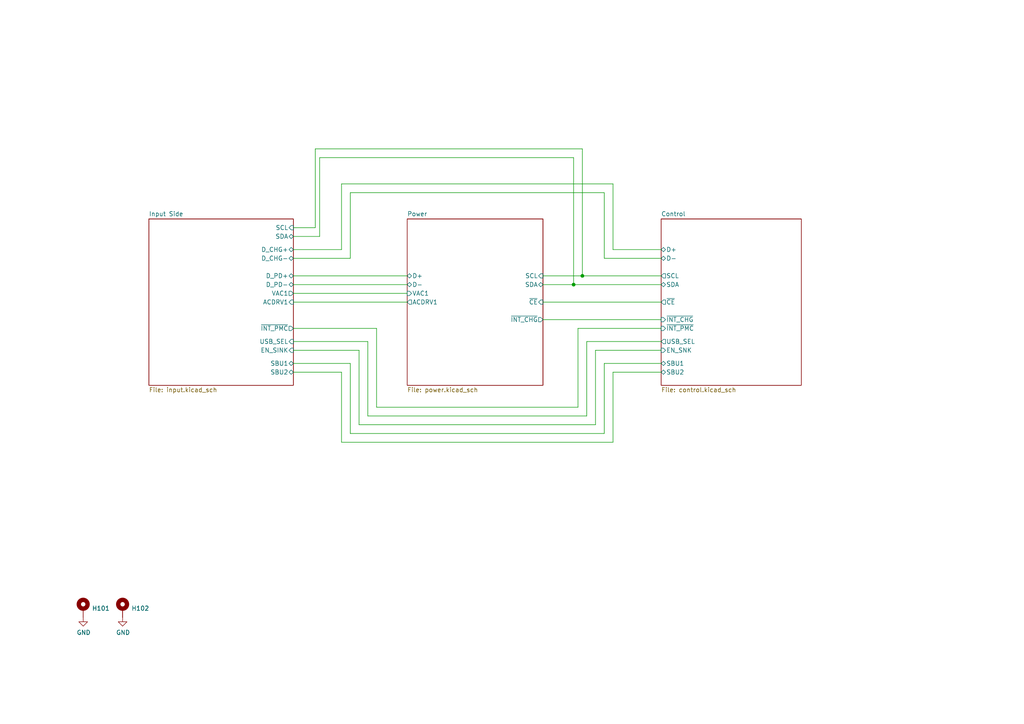
<source format=kicad_sch>
(kicad_sch (version 20230121) (generator eeschema)
  (paper "A4")
  (lib_symbols
    (symbol "Mechanical:MountingHole_Pad" (pin_numbers hide) (pin_names (offset 1.016) hide)
      (property "Reference" "H" (at 0 6.35 0))
      (property "Value" "MountingHole_Pad" (at 0 4.445 0))
      (symbol "MountingHole_Pad_0_1"
        (circle (center 0 1.27) (radius 1.27) (stroke (width 1.27)))
      )
      (symbol "MountingHole_Pad_1_1"
        (pin input line (at 0 -2.54 90) (length 2.54) (name "1") (number "1"))
      )
    )
    (symbol "power:GND" (power) (pin_names (offset 0))
      (property "Value" "GND" (at 0 -3.81 0))
      (symbol "GND_0_1"
        (polyline (pts (xy 0 0) (xy 0 -1.27) (xy 1.27 -1.27) (xy 0 -2.54) (xy -1.27 -1.27) (xy 0 -1.27)))
      )
      (symbol "GND_1_1"
        (pin power_in line (at 0 0 270) (length 0) hide (name "GND") (number "1"))
      )
    )
  )
  (junction (at 166.37 82.55))
  (junction (at 168.91 80.01))
  (wire (pts (xy 101.6 105.41) (xy 85.09 105.41)))
  (wire (pts (xy 85.09 107.95) (xy 99.06 107.95)))
  (wire (pts (xy 109.22 118.11) (xy 109.22 95.25)))
  (wire (pts (xy 118.11 82.55) (xy 85.09 82.55)))
  (wire (pts (xy 175.26 105.41) (xy 175.26 125.73)))
  (wire (pts (xy 85.09 85.09) (xy 118.11 85.09)))
  (wire (pts (xy 91.44 66.04) (xy 91.44 43.18)))
  (wire (pts (xy 85.09 72.39) (xy 99.06 72.39)))
  (wire (pts (xy 177.8 53.34) (xy 177.8 72.39)))
  (wire (pts (xy 166.37 82.55) (xy 191.77 82.55)))
  (wire (pts (xy 175.26 74.93) (xy 191.77 74.93)))
  (wire (pts (xy 118.11 87.63) (xy 85.09 87.63)))
  (wire (pts (xy 99.06 128.27) (xy 177.8 128.27)))
  (wire (pts (xy 92.71 68.58) (xy 85.09 68.58)))
  (wire (pts (xy 172.72 101.6) (xy 191.77 101.6)))
  (wire (pts (xy 104.14 123.19) (xy 172.72 123.19)))
  (wire (pts (xy 177.8 128.27) (xy 177.8 107.95)))
  (wire (pts (xy 101.6 125.73) (xy 101.6 105.41)))
  (wire (pts (xy 85.09 80.01) (xy 118.11 80.01)))
  (wire (pts (xy 104.14 101.6) (xy 104.14 123.19)))
  (wire (pts (xy 170.18 99.06) (xy 191.77 99.06)))
  (wire (pts (xy 191.77 105.41) (xy 175.26 105.41)))
  (wire (pts (xy 191.77 87.63) (xy 157.48 87.63)))
  (wire (pts (xy 175.26 125.73) (xy 101.6 125.73)))
  (wire (pts (xy 99.06 107.95) (xy 99.06 128.27)))
  (wire (pts (xy 168.91 80.01) (xy 157.48 80.01)))
  (wire (pts (xy 101.6 55.88) (xy 175.26 55.88)))
  (wire (pts (xy 166.37 45.72) (xy 92.71 45.72)))
  (wire (pts (xy 85.09 66.04) (xy 91.44 66.04)))
  (wire (pts (xy 109.22 95.25) (xy 85.09 95.25)))
  (wire (pts (xy 170.18 120.65) (xy 170.18 99.06)))
  (wire (pts (xy 191.77 80.01) (xy 168.91 80.01)))
  (wire (pts (xy 175.26 55.88) (xy 175.26 74.93)))
  (wire (pts (xy 99.06 72.39) (xy 99.06 53.34)))
  (wire (pts (xy 101.6 74.93) (xy 101.6 55.88)))
  (wire (pts (xy 157.48 82.55) (xy 166.37 82.55)))
  (wire (pts (xy 157.48 92.71) (xy 191.77 92.71)))
  (wire (pts (xy 167.64 95.25) (xy 167.64 118.11)))
  (wire (pts (xy 106.68 99.06) (xy 106.68 120.65)))
  (wire (pts (xy 166.37 82.55) (xy 166.37 45.72)))
  (wire (pts (xy 85.09 99.06) (xy 106.68 99.06)))
  (wire (pts (xy 106.68 120.65) (xy 170.18 120.65)))
  (wire (pts (xy 177.8 72.39) (xy 191.77 72.39)))
  (wire (pts (xy 168.91 43.18) (xy 168.91 80.01)))
  (wire (pts (xy 177.8 107.95) (xy 191.77 107.95)))
  (wire (pts (xy 172.72 123.19) (xy 172.72 101.6)))
  (wire (pts (xy 91.44 43.18) (xy 168.91 43.18)))
  (wire (pts (xy 85.09 101.6) (xy 104.14 101.6)))
  (wire (pts (xy 191.77 95.25) (xy 167.64 95.25)))
  (wire (pts (xy 167.64 118.11) (xy 109.22 118.11)))
  (wire (pts (xy 85.09 74.93) (xy 101.6 74.93)))
  (wire (pts (xy 99.06 53.34) (xy 177.8 53.34)))
  (wire (pts (xy 92.71 45.72) (xy 92.71 68.58)))
  (symbol (lib_id "Mechanical:MountingHole_Pad") (at 35.56 176.53 0) (unit 1)
    (property "Reference" "H102" (at 38.1 176.4538 0) (effects (justify left)))
    (property "Value" "MountingHole_Pad" (effects hide))
    (property "Footprint" "MountingHole:MountingHole_3.2mm_M3_ISO14580_Pad" (effects hide))
    (property "MPN" "DNP" (effects hide))
  )
  (symbol (lib_id "power:GND") (at 35.56 179.07 0) (unit 1)
    (property "Reference" "#PWR0102" (effects hide))
    (property "Value" "GND" (at 35.687 183.4642 0))
  )
  (symbol (lib_id "Mechanical:MountingHole_Pad") (at 24.13 176.53 0) (unit 1)
    (property "Reference" "H101" (at 26.67 176.4538 0) (effects (justify left)))
    (property "Value" "MountingHole_Pad" (effects hide))
    (property "Footprint" "MountingHole:MountingHole_3.2mm_M3_ISO14580_Pad" (effects hide))
    (property "MPN" "DNP" (effects hide))
  )
  (symbol (lib_id "power:GND") (at 24.13 179.07 0) (unit 1)
    (property "Reference" "#PWR0101" (effects hide))
    (property "Value" "GND" (at 24.257 183.4642 0))
  )
  (sheet (at 191.77 63.5) (size 40.64 48.26)
    (property "Sheetname" "Control" (at 191.77 62.7884 0) (effects (justify left bottom)))
    (property "Sheetfile" "control.kicad_sch" (at 191.77 112.3446 0) (effects (justify left top)))
    (pin "~{INT_PMC}" input (at 191.77 95.25 180))
    (pin "EN_SNK" input (at 191.77 101.6 180))
    (pin "~{CE}" output (at 191.77 87.63 180))
    (pin "SCL" output (at 191.77 80.01 180))
    (pin "SDA" bidirectional (at 191.77 82.55 180))
    (pin "~{INT_CHG}" input (at 191.77 92.71 180))
    (pin "D-" bidirectional (at 191.77 74.93 180))
    (pin "D+" bidirectional (at 191.77 72.39 180))
    (pin "SBU1" bidirectional (at 191.77 105.41 180))
    (pin "SBU2" bidirectional (at 191.77 107.95 180))
    (pin "USB_SEL" output (at 191.77 99.06 180))
  )
  (sheet (at 43.18 63.5) (size 41.91 48.26)
    (property "Sheetname" "Input Side" (at 43.18 62.7884 0) (effects (justify left bottom)))
    (property "Sheetfile" "input.kicad_sch" (at 43.18 112.3446 0) (effects (justify left top)))
    (pin "D_PD+" bidirectional (at 85.09 80.01 0))
    (pin "D_PD-" bidirectional (at 85.09 82.55 0))
    (pin "USB_SEL" input (at 85.09 99.06 0))
    (pin "D_CHG+" bidirectional (at 85.09 72.39 0))
    (pin "D_CHG-" bidirectional (at 85.09 74.93 0))
    (pin "SBU2" bidirectional (at 85.09 107.95 0))
    (pin "SBU1" bidirectional (at 85.09 105.41 0))
    (pin "~{INT_PMC}" output (at 85.09 95.25 0))
    (pin "EN_SINK" input (at 85.09 101.6 0))
    (pin "ACDRV1" input (at 85.09 87.63 0))
    (pin "VAC1" output (at 85.09 85.09 0))
    (pin "SCL" input (at 85.09 66.04 0))
    (pin "SDA" bidirectional (at 85.09 68.58 0))
  )
  (sheet (at 118.11 63.5) (size 39.37 48.26)
    (property "Sheetname" "Power" (at 118.11 62.7884 0) (effects (justify left bottom)))
    (property "Sheetfile" "power.kicad_sch" (at 118.11 112.3446 0) (effects (justify left top)))
    (pin "D+" bidirectional (at 118.11 80.01 180))
    (pin "D-" bidirectional (at 118.11 82.55 180))
    (pin "~{INT_CHG}" output (at 157.48 92.71 0))
    (pin "SCL" input (at 157.48 80.01 0))
    (pin "SDA" bidirectional (at 157.48 82.55 0))
    (pin "~{CE}" input (at 157.48 87.63 0))
    (pin "VAC1" input (at 118.11 85.09 180))
    (pin "ACDRV1" output (at 118.11 87.63 180))
  )
)
</source>
